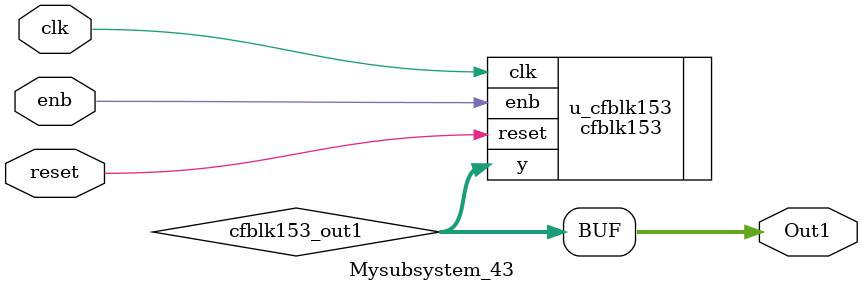
<source format=v>



`timescale 1 ns / 1 ns

module Mysubsystem_43
          (clk,
           reset,
           enb,
           Out1);


  input   clk;
  input   reset;
  input   enb;
  output  [7:0] Out1;  // uint8


  wire [7:0] cfblk153_out1;  // uint8


  cfblk153 u_cfblk153 (.clk(clk),
                       .reset(reset),
                       .enb(enb),
                       .y(cfblk153_out1)  // uint8
                       );

  assign Out1 = cfblk153_out1;

endmodule  // Mysubsystem_43


</source>
